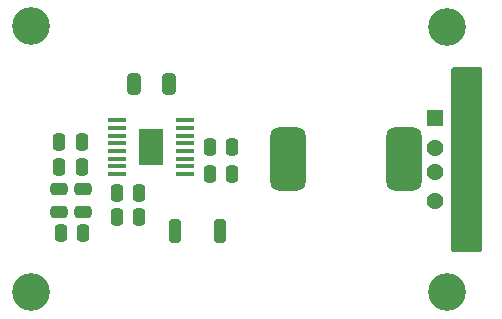
<source format=gbr>
%TF.GenerationSoftware,KiCad,Pcbnew,7.0.1*%
%TF.CreationDate,2023-04-26T12:17:49+02:00*%
%TF.ProjectId,L5988D_RPI_POWER_SUPPLY,4c353938-3844-45f5-9250-495f504f5745,rev?*%
%TF.SameCoordinates,Original*%
%TF.FileFunction,Soldermask,Top*%
%TF.FilePolarity,Negative*%
%FSLAX46Y46*%
G04 Gerber Fmt 4.6, Leading zero omitted, Abs format (unit mm)*
G04 Created by KiCad (PCBNEW 7.0.1) date 2023-04-26 12:17:49*
%MOMM*%
%LPD*%
G01*
G04 APERTURE LIST*
G04 Aperture macros list*
%AMRoundRect*
0 Rectangle with rounded corners*
0 $1 Rounding radius*
0 $2 $3 $4 $5 $6 $7 $8 $9 X,Y pos of 4 corners*
0 Add a 4 corners polygon primitive as box body*
4,1,4,$2,$3,$4,$5,$6,$7,$8,$9,$2,$3,0*
0 Add four circle primitives for the rounded corners*
1,1,$1+$1,$2,$3*
1,1,$1+$1,$4,$5*
1,1,$1+$1,$6,$7*
1,1,$1+$1,$8,$9*
0 Add four rect primitives between the rounded corners*
20,1,$1+$1,$2,$3,$4,$5,0*
20,1,$1+$1,$4,$5,$6,$7,0*
20,1,$1+$1,$6,$7,$8,$9,0*
20,1,$1+$1,$8,$9,$2,$3,0*%
G04 Aperture macros list end*
%ADD10C,3.200000*%
%ADD11RoundRect,0.250000X0.250000X0.750000X-0.250000X0.750000X-0.250000X-0.750000X0.250000X-0.750000X0*%
%ADD12RoundRect,0.250000X-0.250000X-0.475000X0.250000X-0.475000X0.250000X0.475000X-0.250000X0.475000X0*%
%ADD13RoundRect,0.250000X-0.325000X-0.650000X0.325000X-0.650000X0.325000X0.650000X-0.325000X0.650000X0*%
%ADD14RoundRect,0.250000X0.250000X0.475000X-0.250000X0.475000X-0.250000X-0.475000X0.250000X-0.475000X0*%
%ADD15RoundRect,0.250000X-0.250000X-0.750000X0.250000X-0.750000X0.250000X0.750000X-0.250000X0.750000X0*%
%ADD16RoundRect,0.250000X-0.475000X0.250000X-0.475000X-0.250000X0.475000X-0.250000X0.475000X0.250000X0*%
%ADD17RoundRect,0.041000X-0.744000X-0.164000X0.744000X-0.164000X0.744000X0.164000X-0.744000X0.164000X0*%
%ADD18R,2.105000X3.115000*%
%ADD19RoundRect,0.750000X0.750000X-1.950000X0.750000X1.950000X-0.750000X1.950000X-0.750000X-1.950000X0*%
%ADD20C,2.300000*%
%ADD21R,1.428000X1.428000*%
%ADD22C,1.428000*%
G04 APERTURE END LIST*
D10*
%TO.C,REF\u002A\u002A*%
X150317200Y-72796400D03*
%TD*%
%TO.C,REF\u002A\u002A*%
X150317200Y-95300800D03*
%TD*%
%TO.C,REF\u002A\u002A*%
X185572400Y-95351600D03*
%TD*%
%TO.C,REF\u002A\u002A*%
X185572400Y-72847200D03*
%TD*%
D11*
%TO.C,VREF*%
X166344800Y-90170000D03*
%TD*%
D12*
%TO.C,Css1*%
X152724800Y-82606000D03*
X154624800Y-82606000D03*
%TD*%
D13*
%TO.C,Cin1*%
X159076800Y-77724000D03*
X162026800Y-77724000D03*
%TD*%
D12*
%TO.C,Rsous1*%
X165460800Y-83058000D03*
X167360800Y-83058000D03*
%TD*%
D14*
%TO.C,Rl1*%
X159486800Y-86939000D03*
X157586800Y-86939000D03*
%TD*%
D12*
%TO.C,Rh1*%
X157586800Y-88971000D03*
X159486800Y-88971000D03*
%TD*%
D15*
%TO.C,SYNC*%
X162534800Y-90170000D03*
%TD*%
D14*
%TO.C,Rc1*%
X154736800Y-90292000D03*
X152836800Y-90292000D03*
%TD*%
%TO.C,Rsous2*%
X167360800Y-85344000D03*
X165460800Y-85344000D03*
%TD*%
D16*
%TO.C,Cc1*%
X154736800Y-86614000D03*
X154736800Y-88514000D03*
%TD*%
D17*
%TO.C,U1*%
X157632800Y-80783000D03*
X157632800Y-81433000D03*
X157632800Y-82083000D03*
X157632800Y-82733000D03*
X157632800Y-83383000D03*
X157632800Y-84033000D03*
X157632800Y-84683000D03*
X157632800Y-85333000D03*
X163372800Y-85333000D03*
X163372800Y-84683000D03*
X163372800Y-84033000D03*
X163372800Y-83383000D03*
X163372800Y-82733000D03*
X163372800Y-82083000D03*
X163372800Y-81433000D03*
X163372800Y-80783000D03*
D18*
X160502800Y-83058000D03*
%TD*%
D12*
%TO.C,Rlim1*%
X152724800Y-84704000D03*
X154624800Y-84704000D03*
%TD*%
D19*
%TO.C,L1*%
X172114800Y-84074000D03*
X181914800Y-84074000D03*
%TD*%
D16*
%TO.C,Cp1*%
X152704800Y-86614000D03*
X152704800Y-88514000D03*
%TD*%
D20*
%TO.C,P1*%
X187248800Y-77538000D03*
X187248800Y-90678000D03*
D21*
X184538800Y-80608000D03*
D22*
X184538800Y-83108000D03*
X184538800Y-85108000D03*
X184538800Y-87608000D03*
%TD*%
G36*
X188456800Y-76318213D02*
G01*
X188502187Y-76363600D01*
X188518800Y-76425600D01*
X188518800Y-91773200D01*
X188502187Y-91835200D01*
X188456800Y-91880587D01*
X188394800Y-91897200D01*
X186001604Y-91897200D01*
X185939487Y-91880520D01*
X185894082Y-91834967D01*
X185877605Y-91772796D01*
X185927597Y-76425196D01*
X185944344Y-76363367D01*
X185989713Y-76318146D01*
X186051596Y-76301600D01*
X188394800Y-76301600D01*
X188456800Y-76318213D01*
G37*
M02*

</source>
